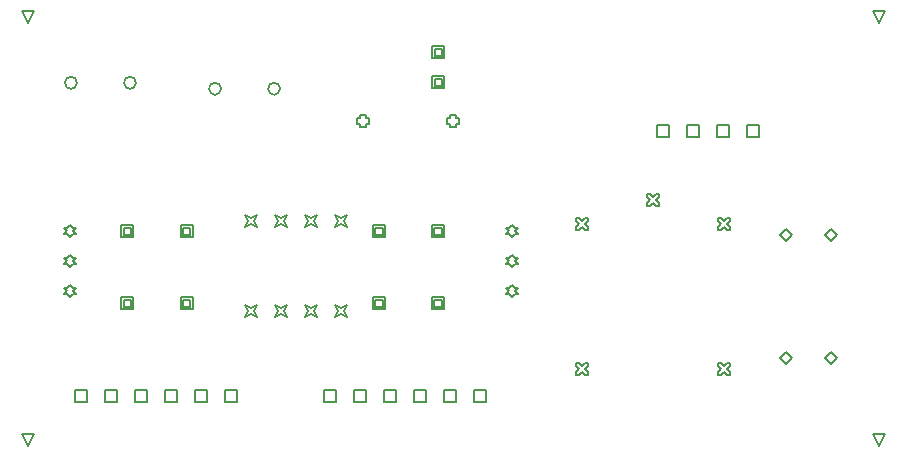
<source format=gbr>
%TF.GenerationSoftware,Altium Limited,Altium Designer,21.0.9 (235)*%
G04 Layer_Color=2752767*
%FSLAX45Y45*%
%MOMM*%
%TF.SameCoordinates,ED2B7B90-DC9C-465B-8049-FED9E851BE10*%
%TF.FilePolarity,Positive*%
%TF.FileFunction,Drawing*%
%TF.Part,Single*%
G01*
G75*
%TA.AperFunction,NonConductor*%
%ADD48C,0.12700*%
%ADD69C,0.16933*%
D48*
X637301Y551180D02*
Y652780D01*
X738901D01*
Y551180D01*
X637301D01*
X891301D02*
Y652780D01*
X992901D01*
Y551180D01*
X891301D01*
X1145301D02*
Y652780D01*
X1246901D01*
Y551180D01*
X1145301D01*
X1399301D02*
Y652780D01*
X1500901D01*
Y551180D01*
X1399301D01*
X1653301D02*
Y652780D01*
X1754901D01*
Y551180D01*
X1653301D01*
X1907301D02*
Y652780D01*
X2008901D01*
Y551180D01*
X1907301D01*
X7439660Y3759200D02*
X7388860Y3860800D01*
X7490460D01*
X7439660Y3759200D01*
Y177800D02*
X7388860Y279400D01*
X7490460D01*
X7439660Y177800D01*
X238760D02*
X187960Y279400D01*
X289560D01*
X238760Y177800D01*
Y3759200D02*
X187960Y3860800D01*
X289560D01*
X238760Y3759200D01*
X2743200Y551180D02*
Y652780D01*
X2844800D01*
Y551180D01*
X2743200D01*
X2997200D02*
Y652780D01*
X3098800D01*
Y551180D01*
X2997200D01*
X3251200D02*
Y652780D01*
X3352800D01*
Y551180D01*
X3251200D01*
X3505200D02*
Y652780D01*
X3606800D01*
Y551180D01*
X3505200D01*
X3759200D02*
Y652780D01*
X3860800D01*
Y551180D01*
X3759200D01*
X4013200D02*
Y652780D01*
X4114800D01*
Y551180D01*
X4013200D01*
X4330700Y1439586D02*
X4356100Y1464986D01*
X4381500D01*
X4356100Y1490386D01*
X4381500Y1515786D01*
X4356100D01*
X4330700Y1541186D01*
X4305300Y1515786D01*
X4279900D01*
X4305300Y1490386D01*
X4279900Y1464986D01*
X4305300D01*
X4330700Y1439586D01*
Y1694581D02*
X4356100Y1719981D01*
X4381500D01*
X4356100Y1745381D01*
X4381500Y1770781D01*
X4356100D01*
X4330700Y1796181D01*
X4305300Y1770781D01*
X4279900D01*
X4305300Y1745381D01*
X4279900Y1719981D01*
X4305300D01*
X4330700Y1694581D01*
Y1949582D02*
X4356100Y1974982D01*
X4381500D01*
X4356100Y2000382D01*
X4381500Y2025782D01*
X4356100D01*
X4330700Y2051182D01*
X4305300Y2025782D01*
X4279900D01*
X4305300Y2000382D01*
X4279900Y1974982D01*
X4305300D01*
X4330700Y1949582D01*
X591205Y1439581D02*
X616605Y1464981D01*
X642005D01*
X616605Y1490381D01*
X642005Y1515781D01*
X616605D01*
X591205Y1541181D01*
X565805Y1515781D01*
X540405D01*
X565805Y1490381D01*
X540405Y1464981D01*
X565805D01*
X591205Y1439581D01*
Y1694581D02*
X616605Y1719981D01*
X642005D01*
X616605Y1745381D01*
X642005Y1770781D01*
X616605D01*
X591205Y1796181D01*
X565805Y1770781D01*
X540405D01*
X565805Y1745381D01*
X540405Y1719981D01*
X565805D01*
X591205Y1694581D01*
Y1949582D02*
X616605Y1974982D01*
X642005D01*
X616605Y2000382D01*
X642005Y2025782D01*
X616605D01*
X591205Y2051182D01*
X565805Y2025782D01*
X540405D01*
X565805Y2000382D01*
X540405Y1974982D01*
X565805D01*
X591205Y1949582D01*
X2834401Y2036481D02*
X2859801Y2087281D01*
X2834401Y2138081D01*
X2885201Y2112681D01*
X2936001Y2138081D01*
X2910601Y2087281D01*
X2936001Y2036481D01*
X2885201Y2061881D01*
X2834401Y2036481D01*
X2580401D02*
X2605801Y2087281D01*
X2580401Y2138081D01*
X2631201Y2112681D01*
X2682001Y2138081D01*
X2656601Y2087281D01*
X2682001Y2036481D01*
X2631201Y2061881D01*
X2580401Y2036481D01*
X2834401Y1274481D02*
X2859801Y1325281D01*
X2834401Y1376081D01*
X2885201Y1350681D01*
X2936001Y1376081D01*
X2910601Y1325281D01*
X2936001Y1274481D01*
X2885201Y1299881D01*
X2834401Y1274481D01*
X2580401D02*
X2605801Y1325281D01*
X2580401Y1376081D01*
X2631201Y1350681D01*
X2682001Y1376081D01*
X2656601Y1325281D01*
X2682001Y1274481D01*
X2631201Y1299881D01*
X2580401Y1274481D01*
X2072401Y2036481D02*
X2097801Y2087281D01*
X2072401Y2138081D01*
X2123201Y2112681D01*
X2174001Y2138081D01*
X2148601Y2087281D01*
X2174001Y2036481D01*
X2123201Y2061881D01*
X2072401Y2036481D01*
X2326401D02*
X2351801Y2087281D01*
X2326401Y2138081D01*
X2377201Y2112681D01*
X2428001Y2138081D01*
X2402601Y2087281D01*
X2428001Y2036481D01*
X2377201Y2061881D01*
X2326401Y2036481D01*
Y1274481D02*
X2351801Y1325281D01*
X2326401Y1376081D01*
X2377201Y1350681D01*
X2428001Y1376081D01*
X2402601Y1325281D01*
X2428001Y1274481D01*
X2377201Y1299881D01*
X2326401Y1274481D01*
X2072401D02*
X2097801Y1325281D01*
X2072401Y1376081D01*
X2123201Y1350681D01*
X2174001Y1376081D01*
X2148601Y1325281D01*
X2174001Y1274481D01*
X2123201Y1299881D01*
X2072401Y1274481D01*
X3049488Y2910129D02*
Y2884729D01*
X3100288D01*
Y2910129D01*
X3125688D01*
Y2960929D01*
X3100288D01*
Y2986329D01*
X3049488D01*
Y2960929D01*
X3024088D01*
Y2910129D01*
X3049488D01*
X3811488D02*
Y2884729D01*
X3862288D01*
Y2910129D01*
X3887688D01*
Y2960929D01*
X3862288D01*
Y2986329D01*
X3811488D01*
Y2960929D01*
X3786088D01*
Y2910129D01*
X3811488D01*
X5560299Y2798481D02*
Y2900081D01*
X5661899D01*
Y2798481D01*
X5560299D01*
X5814299D02*
Y2900081D01*
X5915899D01*
Y2798481D01*
X5814299D01*
X6068299D02*
Y2900081D01*
X6169899D01*
Y2798481D01*
X6068299D01*
X6322299D02*
Y2900081D01*
X6423899D01*
Y2798481D01*
X6322299D01*
X4879101Y2009181D02*
X4904501D01*
X4929901Y2034581D01*
X4955301Y2009181D01*
X4980701D01*
Y2034581D01*
X4955301Y2059981D01*
X4980701Y2085381D01*
Y2110781D01*
X4955301D01*
X4929901Y2085381D01*
X4904501Y2110781D01*
X4879101D01*
Y2085381D01*
X4904501Y2059981D01*
X4879101Y2034581D01*
Y2009181D01*
Y779181D02*
X4904501D01*
X4929901Y804581D01*
X4955301Y779181D01*
X4980701D01*
Y804581D01*
X4955301Y829981D01*
X4980701Y855381D01*
Y880781D01*
X4955301D01*
X4929901Y855381D01*
X4904501Y880781D01*
X4879101D01*
Y855381D01*
X4904501Y829981D01*
X4879101Y804581D01*
Y779181D01*
X6079104D02*
X6104504D01*
X6129904Y804581D01*
X6155304Y779181D01*
X6180704D01*
Y804581D01*
X6155304Y829981D01*
X6180704Y855381D01*
Y880781D01*
X6155304D01*
X6129904Y855381D01*
X6104504Y880781D01*
X6079104D01*
Y855381D01*
X6104504Y829981D01*
X6079104Y804581D01*
Y779181D01*
Y2009181D02*
X6104504D01*
X6129904Y2034581D01*
X6155304Y2009181D01*
X6180704D01*
Y2034581D01*
X6155304Y2059981D01*
X6180704Y2085381D01*
Y2110781D01*
X6155304D01*
X6129904Y2085381D01*
X6104504Y2110781D01*
X6079104D01*
Y2085381D01*
X6104504Y2059981D01*
X6079104Y2034581D01*
Y2009181D01*
X5479100Y2209180D02*
X5504500D01*
X5529900Y2234580D01*
X5555300Y2209180D01*
X5580700D01*
Y2234580D01*
X5555300Y2259980D01*
X5580700Y2285380D01*
Y2310780D01*
X5555300D01*
X5529900Y2285380D01*
X5504500Y2310780D01*
X5479100D01*
Y2285380D01*
X5504500Y2259980D01*
X5479100Y2234580D01*
Y2209180D01*
X6606301Y1967977D02*
X6657101Y2018777D01*
X6707901Y1967977D01*
X6657101Y1917177D01*
X6606301Y1967977D01*
Y921979D02*
X6657101Y972779D01*
X6707901Y921979D01*
X6657101Y871179D01*
X6606301Y921979D01*
X6985000Y1967977D02*
X7035800Y2018777D01*
X7086600Y1967977D01*
X7035800Y1917177D01*
X6985000Y1967977D01*
Y921979D02*
X7035800Y972779D01*
X7086600Y921979D01*
X7035800Y871179D01*
X6985000Y921979D01*
X3659901Y3461883D02*
Y3563483D01*
X3761501D01*
Y3461883D01*
X3659901D01*
X3680221Y3482203D02*
Y3543163D01*
X3741181D01*
Y3482203D01*
X3680221D01*
X3659901Y3207883D02*
Y3309483D01*
X3761501D01*
Y3207883D01*
X3659901D01*
X3680221Y3228203D02*
Y3289163D01*
X3741181D01*
Y3228203D01*
X3680221D01*
X3155904Y1337981D02*
Y1439581D01*
X3257504D01*
Y1337981D01*
X3155904D01*
X3176224Y1358301D02*
Y1419261D01*
X3237184D01*
Y1358301D01*
X3176224D01*
X3655903Y1337981D02*
Y1439581D01*
X3757503D01*
Y1337981D01*
X3655903D01*
X3676223Y1358301D02*
Y1419261D01*
X3737183D01*
Y1358301D01*
X3676223D01*
X3155904Y1947581D02*
Y2049181D01*
X3257504D01*
Y1947581D01*
X3155904D01*
X3176224Y1967901D02*
Y2028861D01*
X3237184D01*
Y1967901D01*
X3176224D01*
X3655903Y1947581D02*
Y2049181D01*
X3757503D01*
Y1947581D01*
X3655903D01*
X3676223Y1967901D02*
Y2028861D01*
X3737183D01*
Y1967901D01*
X3676223D01*
X1027003Y1337981D02*
Y1439581D01*
X1128603D01*
Y1337981D01*
X1027003D01*
X1047323Y1358301D02*
Y1419261D01*
X1108283D01*
Y1358301D01*
X1047323D01*
X1527002Y1337981D02*
Y1439581D01*
X1628602D01*
Y1337981D01*
X1527002D01*
X1547322Y1358301D02*
Y1419261D01*
X1608282D01*
Y1358301D01*
X1547322D01*
X1027003Y1947581D02*
Y2049181D01*
X1128603D01*
Y1947581D01*
X1027003D01*
X1047323Y1967901D02*
Y2028861D01*
X1108283D01*
Y1967901D01*
X1047323D01*
X1527002Y1947581D02*
Y2049181D01*
X1628602D01*
Y1947581D01*
X1527002D01*
X1547322Y1967901D02*
Y2028861D01*
X1608282D01*
Y1967901D01*
X1547322D01*
D69*
X2369906Y3205683D02*
G03*
X2369906Y3205683I-50800J0D01*
G01*
X1869907D02*
G03*
X1869907Y3205683I-50800J0D01*
G01*
X650001Y3255681D02*
G03*
X650001Y3255681I-50800J0D01*
G01*
X1150005D02*
G03*
X1150005Y3255681I-50800J0D01*
G01*
%TF.MD5,c49918691cdcf76ad1172702688f045c*%
M02*

</source>
